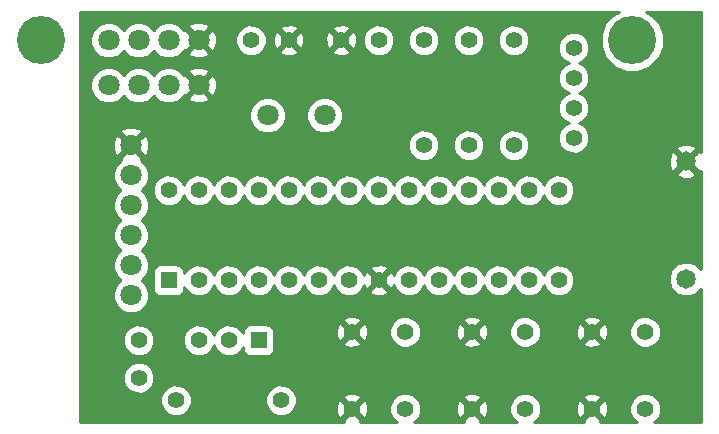
<source format=gbl>
G04 (created by PCBNEW (2013-07-07 BZR 4022)-stable) date 10/06/2014 19:35:49*
%MOIN*%
G04 Gerber Fmt 3.4, Leading zero omitted, Abs format*
%FSLAX34Y34*%
G01*
G70*
G90*
G04 APERTURE LIST*
%ADD10C,0.00590551*%
%ADD11C,0.055*%
%ADD12C,0.065*%
%ADD13R,0.055X0.055*%
%ADD14C,0.0708661*%
%ADD15C,0.16*%
%ADD16C,0.01*%
G04 APERTURE END LIST*
G54D10*
G54D11*
X49750Y-25500D03*
X53250Y-25500D03*
X61000Y-13500D03*
X61000Y-17000D03*
X59500Y-13500D03*
X59500Y-17000D03*
X58000Y-13500D03*
X58000Y-17000D03*
X55614Y-23220D03*
X57386Y-23220D03*
X55614Y-25780D03*
X57386Y-25780D03*
X59614Y-23220D03*
X61386Y-23220D03*
X59614Y-25780D03*
X61386Y-25780D03*
X63614Y-23220D03*
X65386Y-23220D03*
X63614Y-25780D03*
X65386Y-25780D03*
G54D12*
X66750Y-17540D03*
X66750Y-21460D03*
G54D13*
X52500Y-23500D03*
G54D11*
X51500Y-23500D03*
X50500Y-23500D03*
X50500Y-21500D03*
X51500Y-21500D03*
X52500Y-21500D03*
X53500Y-21500D03*
X54500Y-21500D03*
X55500Y-21500D03*
X56500Y-21500D03*
X57500Y-21500D03*
X58500Y-21500D03*
X59500Y-21500D03*
X60500Y-21500D03*
X61500Y-21500D03*
X62500Y-21500D03*
G54D13*
X49500Y-21500D03*
G54D11*
X62500Y-18500D03*
X61500Y-18500D03*
X60500Y-18500D03*
X59500Y-18500D03*
X58500Y-18500D03*
X57500Y-18500D03*
X56500Y-18500D03*
X55500Y-18500D03*
X54500Y-18500D03*
X53500Y-18500D03*
X52500Y-18500D03*
X51500Y-18500D03*
X50500Y-18500D03*
X49500Y-18500D03*
X56500Y-13500D03*
X55250Y-13500D03*
X52250Y-13500D03*
X53500Y-13500D03*
X48500Y-23500D03*
X48500Y-24750D03*
G54D14*
X48250Y-17000D03*
X48250Y-18000D03*
X48250Y-19000D03*
X48250Y-20000D03*
X48250Y-21000D03*
X48250Y-22000D03*
X50500Y-15000D03*
X49500Y-15000D03*
X48500Y-15000D03*
X47500Y-15000D03*
X54700Y-16000D03*
X52800Y-16000D03*
X50500Y-13500D03*
X49500Y-13500D03*
X48500Y-13500D03*
X47500Y-13500D03*
G54D11*
X63000Y-13750D03*
X63000Y-14750D03*
X63000Y-15750D03*
X63000Y-16750D03*
G54D15*
X45250Y-13500D03*
X64950Y-13500D03*
G54D10*
G36*
X67230Y-26230D02*
X65670Y-26230D01*
X65683Y-26225D01*
X65830Y-26077D01*
X65910Y-25884D01*
X65911Y-25676D01*
X65911Y-23116D01*
X65831Y-22923D01*
X65683Y-22775D01*
X65490Y-22695D01*
X65282Y-22694D01*
X65089Y-22774D01*
X64941Y-22922D01*
X64861Y-23115D01*
X64860Y-23323D01*
X64940Y-23517D01*
X65088Y-23664D01*
X65281Y-23744D01*
X65489Y-23745D01*
X65683Y-23665D01*
X65830Y-23517D01*
X65910Y-23324D01*
X65911Y-23116D01*
X65911Y-25676D01*
X65831Y-25483D01*
X65683Y-25335D01*
X65490Y-25255D01*
X65282Y-25254D01*
X65089Y-25334D01*
X64941Y-25482D01*
X64861Y-25675D01*
X64860Y-25883D01*
X64940Y-26077D01*
X65088Y-26224D01*
X65101Y-26230D01*
X64143Y-26230D01*
X64143Y-25855D01*
X64143Y-23295D01*
X64132Y-23087D01*
X64074Y-22947D01*
X63981Y-22922D01*
X63911Y-22993D01*
X63911Y-22852D01*
X63886Y-22759D01*
X63689Y-22690D01*
X63525Y-22699D01*
X63525Y-16646D01*
X63445Y-16453D01*
X63297Y-16305D01*
X63164Y-16249D01*
X63297Y-16195D01*
X63444Y-16047D01*
X63524Y-15854D01*
X63525Y-15646D01*
X63445Y-15453D01*
X63297Y-15305D01*
X63164Y-15249D01*
X63297Y-15195D01*
X63444Y-15047D01*
X63524Y-14854D01*
X63525Y-14646D01*
X63445Y-14453D01*
X63297Y-14305D01*
X63164Y-14249D01*
X63297Y-14195D01*
X63444Y-14047D01*
X63524Y-13854D01*
X63525Y-13646D01*
X63445Y-13453D01*
X63297Y-13305D01*
X63104Y-13225D01*
X62896Y-13224D01*
X62703Y-13304D01*
X62555Y-13452D01*
X62475Y-13645D01*
X62474Y-13853D01*
X62554Y-14047D01*
X62702Y-14194D01*
X62835Y-14250D01*
X62703Y-14304D01*
X62555Y-14452D01*
X62475Y-14645D01*
X62474Y-14853D01*
X62554Y-15047D01*
X62702Y-15194D01*
X62835Y-15250D01*
X62703Y-15304D01*
X62555Y-15452D01*
X62475Y-15645D01*
X62474Y-15853D01*
X62554Y-16047D01*
X62702Y-16194D01*
X62835Y-16250D01*
X62703Y-16304D01*
X62555Y-16452D01*
X62475Y-16645D01*
X62474Y-16853D01*
X62554Y-17047D01*
X62702Y-17194D01*
X62895Y-17274D01*
X63103Y-17275D01*
X63297Y-17195D01*
X63444Y-17047D01*
X63524Y-16854D01*
X63525Y-16646D01*
X63525Y-22699D01*
X63481Y-22701D01*
X63341Y-22759D01*
X63316Y-22852D01*
X63614Y-23149D01*
X63911Y-22852D01*
X63911Y-22993D01*
X63684Y-23220D01*
X63981Y-23517D01*
X64074Y-23492D01*
X64143Y-23295D01*
X64143Y-25855D01*
X64132Y-25647D01*
X64074Y-25507D01*
X63981Y-25482D01*
X63911Y-25553D01*
X63911Y-25412D01*
X63911Y-23587D01*
X63614Y-23290D01*
X63543Y-23361D01*
X63543Y-23220D01*
X63246Y-22922D01*
X63153Y-22947D01*
X63084Y-23144D01*
X63095Y-23352D01*
X63153Y-23492D01*
X63246Y-23517D01*
X63543Y-23220D01*
X63543Y-23361D01*
X63316Y-23587D01*
X63341Y-23680D01*
X63538Y-23749D01*
X63746Y-23738D01*
X63886Y-23680D01*
X63911Y-23587D01*
X63911Y-25412D01*
X63886Y-25319D01*
X63689Y-25250D01*
X63481Y-25261D01*
X63341Y-25319D01*
X63316Y-25412D01*
X63614Y-25709D01*
X63911Y-25412D01*
X63911Y-25553D01*
X63684Y-25780D01*
X63981Y-26077D01*
X64074Y-26052D01*
X64143Y-25855D01*
X64143Y-26230D01*
X63889Y-26230D01*
X63911Y-26147D01*
X63614Y-25850D01*
X63543Y-25921D01*
X63543Y-25780D01*
X63246Y-25482D01*
X63153Y-25507D01*
X63084Y-25704D01*
X63095Y-25912D01*
X63153Y-26052D01*
X63246Y-26077D01*
X63543Y-25780D01*
X63543Y-25921D01*
X63316Y-26147D01*
X63338Y-26230D01*
X63025Y-26230D01*
X63025Y-21396D01*
X63025Y-18396D01*
X62945Y-18203D01*
X62797Y-18055D01*
X62604Y-17975D01*
X62396Y-17974D01*
X62203Y-18054D01*
X62055Y-18202D01*
X61999Y-18335D01*
X61945Y-18203D01*
X61797Y-18055D01*
X61604Y-17975D01*
X61525Y-17975D01*
X61525Y-16896D01*
X61525Y-13396D01*
X61445Y-13203D01*
X61297Y-13055D01*
X61104Y-12975D01*
X60896Y-12974D01*
X60703Y-13054D01*
X60555Y-13202D01*
X60475Y-13395D01*
X60474Y-13603D01*
X60554Y-13797D01*
X60702Y-13944D01*
X60895Y-14024D01*
X61103Y-14025D01*
X61297Y-13945D01*
X61444Y-13797D01*
X61524Y-13604D01*
X61525Y-13396D01*
X61525Y-16896D01*
X61445Y-16703D01*
X61297Y-16555D01*
X61104Y-16475D01*
X60896Y-16474D01*
X60703Y-16554D01*
X60555Y-16702D01*
X60475Y-16895D01*
X60474Y-17103D01*
X60554Y-17297D01*
X60702Y-17444D01*
X60895Y-17524D01*
X61103Y-17525D01*
X61297Y-17445D01*
X61444Y-17297D01*
X61524Y-17104D01*
X61525Y-16896D01*
X61525Y-17975D01*
X61396Y-17974D01*
X61203Y-18054D01*
X61055Y-18202D01*
X60999Y-18335D01*
X60945Y-18203D01*
X60797Y-18055D01*
X60604Y-17975D01*
X60396Y-17974D01*
X60203Y-18054D01*
X60055Y-18202D01*
X60025Y-18274D01*
X60025Y-16896D01*
X60025Y-13396D01*
X59945Y-13203D01*
X59797Y-13055D01*
X59604Y-12975D01*
X59396Y-12974D01*
X59203Y-13054D01*
X59055Y-13202D01*
X58975Y-13395D01*
X58974Y-13603D01*
X59054Y-13797D01*
X59202Y-13944D01*
X59395Y-14024D01*
X59603Y-14025D01*
X59797Y-13945D01*
X59944Y-13797D01*
X60024Y-13604D01*
X60025Y-13396D01*
X60025Y-16896D01*
X59945Y-16703D01*
X59797Y-16555D01*
X59604Y-16475D01*
X59396Y-16474D01*
X59203Y-16554D01*
X59055Y-16702D01*
X58975Y-16895D01*
X58974Y-17103D01*
X59054Y-17297D01*
X59202Y-17444D01*
X59395Y-17524D01*
X59603Y-17525D01*
X59797Y-17445D01*
X59944Y-17297D01*
X60024Y-17104D01*
X60025Y-16896D01*
X60025Y-18274D01*
X59999Y-18335D01*
X59945Y-18203D01*
X59797Y-18055D01*
X59604Y-17975D01*
X59396Y-17974D01*
X59203Y-18054D01*
X59055Y-18202D01*
X58999Y-18335D01*
X58945Y-18203D01*
X58797Y-18055D01*
X58604Y-17975D01*
X58525Y-17975D01*
X58525Y-16896D01*
X58525Y-13396D01*
X58445Y-13203D01*
X58297Y-13055D01*
X58104Y-12975D01*
X57896Y-12974D01*
X57703Y-13054D01*
X57555Y-13202D01*
X57475Y-13395D01*
X57474Y-13603D01*
X57554Y-13797D01*
X57702Y-13944D01*
X57895Y-14024D01*
X58103Y-14025D01*
X58297Y-13945D01*
X58444Y-13797D01*
X58524Y-13604D01*
X58525Y-13396D01*
X58525Y-16896D01*
X58445Y-16703D01*
X58297Y-16555D01*
X58104Y-16475D01*
X57896Y-16474D01*
X57703Y-16554D01*
X57555Y-16702D01*
X57475Y-16895D01*
X57474Y-17103D01*
X57554Y-17297D01*
X57702Y-17444D01*
X57895Y-17524D01*
X58103Y-17525D01*
X58297Y-17445D01*
X58444Y-17297D01*
X58524Y-17104D01*
X58525Y-16896D01*
X58525Y-17975D01*
X58396Y-17974D01*
X58203Y-18054D01*
X58055Y-18202D01*
X57999Y-18335D01*
X57945Y-18203D01*
X57797Y-18055D01*
X57604Y-17975D01*
X57396Y-17974D01*
X57203Y-18054D01*
X57055Y-18202D01*
X57025Y-18274D01*
X57025Y-13396D01*
X56945Y-13203D01*
X56797Y-13055D01*
X56604Y-12975D01*
X56396Y-12974D01*
X56203Y-13054D01*
X56055Y-13202D01*
X55975Y-13395D01*
X55974Y-13603D01*
X56054Y-13797D01*
X56202Y-13944D01*
X56395Y-14024D01*
X56603Y-14025D01*
X56797Y-13945D01*
X56944Y-13797D01*
X57024Y-13604D01*
X57025Y-13396D01*
X57025Y-18274D01*
X56999Y-18335D01*
X56945Y-18203D01*
X56797Y-18055D01*
X56604Y-17975D01*
X56396Y-17974D01*
X56203Y-18054D01*
X56055Y-18202D01*
X55999Y-18335D01*
X55945Y-18203D01*
X55797Y-18055D01*
X55779Y-18047D01*
X55779Y-13575D01*
X55768Y-13367D01*
X55710Y-13227D01*
X55617Y-13202D01*
X55547Y-13273D01*
X55547Y-13132D01*
X55522Y-13039D01*
X55325Y-12970D01*
X55117Y-12981D01*
X54977Y-13039D01*
X54952Y-13132D01*
X55250Y-13429D01*
X55547Y-13132D01*
X55547Y-13273D01*
X55320Y-13500D01*
X55617Y-13797D01*
X55710Y-13772D01*
X55779Y-13575D01*
X55779Y-18047D01*
X55604Y-17975D01*
X55547Y-17975D01*
X55547Y-13867D01*
X55250Y-13570D01*
X55179Y-13641D01*
X55179Y-13500D01*
X54882Y-13202D01*
X54789Y-13227D01*
X54720Y-13424D01*
X54731Y-13632D01*
X54789Y-13772D01*
X54882Y-13797D01*
X55179Y-13500D01*
X55179Y-13641D01*
X54952Y-13867D01*
X54977Y-13960D01*
X55174Y-14029D01*
X55382Y-14018D01*
X55522Y-13960D01*
X55547Y-13867D01*
X55547Y-17975D01*
X55396Y-17974D01*
X55304Y-18012D01*
X55304Y-15880D01*
X55212Y-15658D01*
X55042Y-15487D01*
X54820Y-15395D01*
X54580Y-15395D01*
X54358Y-15487D01*
X54187Y-15657D01*
X54095Y-15879D01*
X54095Y-16119D01*
X54187Y-16341D01*
X54357Y-16512D01*
X54579Y-16604D01*
X54819Y-16604D01*
X55041Y-16512D01*
X55212Y-16342D01*
X55304Y-16120D01*
X55304Y-15880D01*
X55304Y-18012D01*
X55203Y-18054D01*
X55055Y-18202D01*
X54999Y-18335D01*
X54945Y-18203D01*
X54797Y-18055D01*
X54604Y-17975D01*
X54396Y-17974D01*
X54203Y-18054D01*
X54055Y-18202D01*
X54029Y-18263D01*
X54029Y-13575D01*
X54018Y-13367D01*
X53960Y-13227D01*
X53867Y-13202D01*
X53797Y-13273D01*
X53797Y-13132D01*
X53772Y-13039D01*
X53575Y-12970D01*
X53367Y-12981D01*
X53227Y-13039D01*
X53202Y-13132D01*
X53500Y-13429D01*
X53797Y-13132D01*
X53797Y-13273D01*
X53570Y-13500D01*
X53867Y-13797D01*
X53960Y-13772D01*
X54029Y-13575D01*
X54029Y-18263D01*
X53999Y-18335D01*
X53945Y-18203D01*
X53797Y-18055D01*
X53797Y-18054D01*
X53797Y-13867D01*
X53500Y-13570D01*
X53429Y-13641D01*
X53429Y-13500D01*
X53132Y-13202D01*
X53039Y-13227D01*
X52970Y-13424D01*
X52981Y-13632D01*
X53039Y-13772D01*
X53132Y-13797D01*
X53429Y-13500D01*
X53429Y-13641D01*
X53202Y-13867D01*
X53227Y-13960D01*
X53424Y-14029D01*
X53632Y-14018D01*
X53772Y-13960D01*
X53797Y-13867D01*
X53797Y-18054D01*
X53604Y-17975D01*
X53404Y-17974D01*
X53404Y-15880D01*
X53312Y-15658D01*
X53142Y-15487D01*
X52920Y-15395D01*
X52775Y-15395D01*
X52775Y-13396D01*
X52695Y-13203D01*
X52547Y-13055D01*
X52354Y-12975D01*
X52146Y-12974D01*
X51953Y-13054D01*
X51805Y-13202D01*
X51725Y-13395D01*
X51724Y-13603D01*
X51804Y-13797D01*
X51952Y-13944D01*
X52145Y-14024D01*
X52353Y-14025D01*
X52547Y-13945D01*
X52694Y-13797D01*
X52774Y-13604D01*
X52775Y-13396D01*
X52775Y-15395D01*
X52680Y-15395D01*
X52458Y-15487D01*
X52287Y-15657D01*
X52195Y-15879D01*
X52195Y-16119D01*
X52287Y-16341D01*
X52457Y-16512D01*
X52679Y-16604D01*
X52919Y-16604D01*
X53141Y-16512D01*
X53312Y-16342D01*
X53404Y-16120D01*
X53404Y-15880D01*
X53404Y-17974D01*
X53396Y-17974D01*
X53203Y-18054D01*
X53055Y-18202D01*
X52999Y-18335D01*
X52945Y-18203D01*
X52797Y-18055D01*
X52604Y-17975D01*
X52396Y-17974D01*
X52203Y-18054D01*
X52055Y-18202D01*
X51999Y-18335D01*
X51945Y-18203D01*
X51797Y-18055D01*
X51604Y-17975D01*
X51396Y-17974D01*
X51203Y-18054D01*
X51108Y-18148D01*
X51108Y-15094D01*
X51108Y-13594D01*
X51098Y-13354D01*
X51026Y-13179D01*
X50925Y-13145D01*
X50854Y-13216D01*
X50854Y-13074D01*
X50820Y-12973D01*
X50594Y-12891D01*
X50354Y-12901D01*
X50179Y-12973D01*
X50145Y-13074D01*
X50500Y-13429D01*
X50854Y-13074D01*
X50854Y-13216D01*
X50570Y-13500D01*
X50925Y-13854D01*
X51026Y-13820D01*
X51108Y-13594D01*
X51108Y-15094D01*
X51098Y-14854D01*
X51026Y-14679D01*
X50925Y-14645D01*
X50854Y-14716D01*
X50854Y-14574D01*
X50854Y-13925D01*
X50500Y-13570D01*
X50429Y-13641D01*
X50429Y-13500D01*
X50074Y-13145D01*
X50015Y-13165D01*
X50012Y-13158D01*
X49842Y-12987D01*
X49620Y-12895D01*
X49380Y-12895D01*
X49158Y-12987D01*
X48999Y-13145D01*
X48842Y-12987D01*
X48620Y-12895D01*
X48380Y-12895D01*
X48158Y-12987D01*
X47999Y-13145D01*
X47842Y-12987D01*
X47620Y-12895D01*
X47380Y-12895D01*
X47158Y-12987D01*
X46987Y-13157D01*
X46895Y-13379D01*
X46895Y-13619D01*
X46987Y-13841D01*
X47157Y-14012D01*
X47379Y-14104D01*
X47619Y-14104D01*
X47841Y-14012D01*
X48000Y-13854D01*
X48157Y-14012D01*
X48379Y-14104D01*
X48619Y-14104D01*
X48841Y-14012D01*
X49000Y-13854D01*
X49157Y-14012D01*
X49379Y-14104D01*
X49619Y-14104D01*
X49841Y-14012D01*
X50012Y-13842D01*
X50015Y-13834D01*
X50074Y-13854D01*
X50429Y-13500D01*
X50429Y-13641D01*
X50145Y-13925D01*
X50179Y-14026D01*
X50405Y-14108D01*
X50645Y-14098D01*
X50820Y-14026D01*
X50854Y-13925D01*
X50854Y-14574D01*
X50820Y-14473D01*
X50594Y-14391D01*
X50354Y-14401D01*
X50179Y-14473D01*
X50145Y-14574D01*
X50500Y-14929D01*
X50854Y-14574D01*
X50854Y-14716D01*
X50570Y-15000D01*
X50925Y-15354D01*
X51026Y-15320D01*
X51108Y-15094D01*
X51108Y-18148D01*
X51055Y-18202D01*
X50999Y-18335D01*
X50945Y-18203D01*
X50854Y-18112D01*
X50854Y-15425D01*
X50500Y-15070D01*
X50429Y-15141D01*
X50429Y-15000D01*
X50074Y-14645D01*
X50015Y-14665D01*
X50012Y-14658D01*
X49842Y-14487D01*
X49620Y-14395D01*
X49380Y-14395D01*
X49158Y-14487D01*
X48999Y-14645D01*
X48842Y-14487D01*
X48620Y-14395D01*
X48380Y-14395D01*
X48158Y-14487D01*
X47999Y-14645D01*
X47842Y-14487D01*
X47620Y-14395D01*
X47380Y-14395D01*
X47158Y-14487D01*
X46987Y-14657D01*
X46895Y-14879D01*
X46895Y-15119D01*
X46987Y-15341D01*
X47157Y-15512D01*
X47379Y-15604D01*
X47619Y-15604D01*
X47841Y-15512D01*
X48000Y-15354D01*
X48157Y-15512D01*
X48379Y-15604D01*
X48619Y-15604D01*
X48841Y-15512D01*
X49000Y-15354D01*
X49157Y-15512D01*
X49379Y-15604D01*
X49619Y-15604D01*
X49841Y-15512D01*
X50012Y-15342D01*
X50015Y-15334D01*
X50074Y-15354D01*
X50429Y-15000D01*
X50429Y-15141D01*
X50145Y-15425D01*
X50179Y-15526D01*
X50405Y-15608D01*
X50645Y-15598D01*
X50820Y-15526D01*
X50854Y-15425D01*
X50854Y-18112D01*
X50797Y-18055D01*
X50604Y-17975D01*
X50396Y-17974D01*
X50203Y-18054D01*
X50055Y-18202D01*
X49999Y-18335D01*
X49945Y-18203D01*
X49797Y-18055D01*
X49604Y-17975D01*
X49396Y-17974D01*
X49203Y-18054D01*
X49055Y-18202D01*
X48975Y-18395D01*
X48974Y-18603D01*
X49054Y-18797D01*
X49202Y-18944D01*
X49395Y-19024D01*
X49603Y-19025D01*
X49797Y-18945D01*
X49944Y-18797D01*
X50000Y-18664D01*
X50054Y-18797D01*
X50202Y-18944D01*
X50395Y-19024D01*
X50603Y-19025D01*
X50797Y-18945D01*
X50944Y-18797D01*
X51000Y-18664D01*
X51054Y-18797D01*
X51202Y-18944D01*
X51395Y-19024D01*
X51603Y-19025D01*
X51797Y-18945D01*
X51944Y-18797D01*
X52000Y-18664D01*
X52054Y-18797D01*
X52202Y-18944D01*
X52395Y-19024D01*
X52603Y-19025D01*
X52797Y-18945D01*
X52944Y-18797D01*
X53000Y-18664D01*
X53054Y-18797D01*
X53202Y-18944D01*
X53395Y-19024D01*
X53603Y-19025D01*
X53797Y-18945D01*
X53944Y-18797D01*
X54000Y-18664D01*
X54054Y-18797D01*
X54202Y-18944D01*
X54395Y-19024D01*
X54603Y-19025D01*
X54797Y-18945D01*
X54944Y-18797D01*
X55000Y-18664D01*
X55054Y-18797D01*
X55202Y-18944D01*
X55395Y-19024D01*
X55603Y-19025D01*
X55797Y-18945D01*
X55944Y-18797D01*
X56000Y-18664D01*
X56054Y-18797D01*
X56202Y-18944D01*
X56395Y-19024D01*
X56603Y-19025D01*
X56797Y-18945D01*
X56944Y-18797D01*
X57000Y-18664D01*
X57054Y-18797D01*
X57202Y-18944D01*
X57395Y-19024D01*
X57603Y-19025D01*
X57797Y-18945D01*
X57944Y-18797D01*
X58000Y-18664D01*
X58054Y-18797D01*
X58202Y-18944D01*
X58395Y-19024D01*
X58603Y-19025D01*
X58797Y-18945D01*
X58944Y-18797D01*
X59000Y-18664D01*
X59054Y-18797D01*
X59202Y-18944D01*
X59395Y-19024D01*
X59603Y-19025D01*
X59797Y-18945D01*
X59944Y-18797D01*
X60000Y-18664D01*
X60054Y-18797D01*
X60202Y-18944D01*
X60395Y-19024D01*
X60603Y-19025D01*
X60797Y-18945D01*
X60944Y-18797D01*
X61000Y-18664D01*
X61054Y-18797D01*
X61202Y-18944D01*
X61395Y-19024D01*
X61603Y-19025D01*
X61797Y-18945D01*
X61944Y-18797D01*
X62000Y-18664D01*
X62054Y-18797D01*
X62202Y-18944D01*
X62395Y-19024D01*
X62603Y-19025D01*
X62797Y-18945D01*
X62944Y-18797D01*
X63024Y-18604D01*
X63025Y-18396D01*
X63025Y-21396D01*
X62945Y-21203D01*
X62797Y-21055D01*
X62604Y-20975D01*
X62396Y-20974D01*
X62203Y-21054D01*
X62055Y-21202D01*
X61999Y-21335D01*
X61945Y-21203D01*
X61797Y-21055D01*
X61604Y-20975D01*
X61396Y-20974D01*
X61203Y-21054D01*
X61055Y-21202D01*
X60999Y-21335D01*
X60945Y-21203D01*
X60797Y-21055D01*
X60604Y-20975D01*
X60396Y-20974D01*
X60203Y-21054D01*
X60055Y-21202D01*
X59999Y-21335D01*
X59945Y-21203D01*
X59797Y-21055D01*
X59604Y-20975D01*
X59396Y-20974D01*
X59203Y-21054D01*
X59055Y-21202D01*
X58999Y-21335D01*
X58945Y-21203D01*
X58797Y-21055D01*
X58604Y-20975D01*
X58396Y-20974D01*
X58203Y-21054D01*
X58055Y-21202D01*
X57999Y-21335D01*
X57945Y-21203D01*
X57797Y-21055D01*
X57604Y-20975D01*
X57396Y-20974D01*
X57203Y-21054D01*
X57055Y-21202D01*
X57002Y-21328D01*
X56960Y-21227D01*
X56867Y-21202D01*
X56797Y-21273D01*
X56797Y-21132D01*
X56772Y-21039D01*
X56575Y-20970D01*
X56367Y-20981D01*
X56227Y-21039D01*
X56202Y-21132D01*
X56500Y-21429D01*
X56797Y-21132D01*
X56797Y-21273D01*
X56570Y-21500D01*
X56867Y-21797D01*
X56960Y-21772D01*
X56999Y-21662D01*
X57054Y-21797D01*
X57202Y-21944D01*
X57395Y-22024D01*
X57603Y-22025D01*
X57797Y-21945D01*
X57944Y-21797D01*
X58000Y-21664D01*
X58054Y-21797D01*
X58202Y-21944D01*
X58395Y-22024D01*
X58603Y-22025D01*
X58797Y-21945D01*
X58944Y-21797D01*
X59000Y-21664D01*
X59054Y-21797D01*
X59202Y-21944D01*
X59395Y-22024D01*
X59603Y-22025D01*
X59797Y-21945D01*
X59944Y-21797D01*
X60000Y-21664D01*
X60054Y-21797D01*
X60202Y-21944D01*
X60395Y-22024D01*
X60603Y-22025D01*
X60797Y-21945D01*
X60944Y-21797D01*
X61000Y-21664D01*
X61054Y-21797D01*
X61202Y-21944D01*
X61395Y-22024D01*
X61603Y-22025D01*
X61797Y-21945D01*
X61944Y-21797D01*
X62000Y-21664D01*
X62054Y-21797D01*
X62202Y-21944D01*
X62395Y-22024D01*
X62603Y-22025D01*
X62797Y-21945D01*
X62944Y-21797D01*
X63024Y-21604D01*
X63025Y-21396D01*
X63025Y-26230D01*
X61670Y-26230D01*
X61683Y-26225D01*
X61830Y-26077D01*
X61910Y-25884D01*
X61911Y-25676D01*
X61911Y-23116D01*
X61831Y-22923D01*
X61683Y-22775D01*
X61490Y-22695D01*
X61282Y-22694D01*
X61089Y-22774D01*
X60941Y-22922D01*
X60861Y-23115D01*
X60860Y-23323D01*
X60940Y-23517D01*
X61088Y-23664D01*
X61281Y-23744D01*
X61489Y-23745D01*
X61683Y-23665D01*
X61830Y-23517D01*
X61910Y-23324D01*
X61911Y-23116D01*
X61911Y-25676D01*
X61831Y-25483D01*
X61683Y-25335D01*
X61490Y-25255D01*
X61282Y-25254D01*
X61089Y-25334D01*
X60941Y-25482D01*
X60861Y-25675D01*
X60860Y-25883D01*
X60940Y-26077D01*
X61088Y-26224D01*
X61101Y-26230D01*
X60143Y-26230D01*
X60143Y-25855D01*
X60143Y-23295D01*
X60132Y-23087D01*
X60074Y-22947D01*
X59981Y-22922D01*
X59911Y-22993D01*
X59911Y-22852D01*
X59886Y-22759D01*
X59689Y-22690D01*
X59481Y-22701D01*
X59341Y-22759D01*
X59316Y-22852D01*
X59614Y-23149D01*
X59911Y-22852D01*
X59911Y-22993D01*
X59684Y-23220D01*
X59981Y-23517D01*
X60074Y-23492D01*
X60143Y-23295D01*
X60143Y-25855D01*
X60132Y-25647D01*
X60074Y-25507D01*
X59981Y-25482D01*
X59911Y-25553D01*
X59911Y-25412D01*
X59911Y-23587D01*
X59614Y-23290D01*
X59543Y-23361D01*
X59543Y-23220D01*
X59246Y-22922D01*
X59153Y-22947D01*
X59084Y-23144D01*
X59095Y-23352D01*
X59153Y-23492D01*
X59246Y-23517D01*
X59543Y-23220D01*
X59543Y-23361D01*
X59316Y-23587D01*
X59341Y-23680D01*
X59538Y-23749D01*
X59746Y-23738D01*
X59886Y-23680D01*
X59911Y-23587D01*
X59911Y-25412D01*
X59886Y-25319D01*
X59689Y-25250D01*
X59481Y-25261D01*
X59341Y-25319D01*
X59316Y-25412D01*
X59614Y-25709D01*
X59911Y-25412D01*
X59911Y-25553D01*
X59684Y-25780D01*
X59981Y-26077D01*
X60074Y-26052D01*
X60143Y-25855D01*
X60143Y-26230D01*
X59889Y-26230D01*
X59911Y-26147D01*
X59614Y-25850D01*
X59543Y-25921D01*
X59543Y-25780D01*
X59246Y-25482D01*
X59153Y-25507D01*
X59084Y-25704D01*
X59095Y-25912D01*
X59153Y-26052D01*
X59246Y-26077D01*
X59543Y-25780D01*
X59543Y-25921D01*
X59316Y-26147D01*
X59338Y-26230D01*
X57670Y-26230D01*
X57683Y-26225D01*
X57830Y-26077D01*
X57910Y-25884D01*
X57911Y-25676D01*
X57911Y-23116D01*
X57831Y-22923D01*
X57683Y-22775D01*
X57490Y-22695D01*
X57282Y-22694D01*
X57089Y-22774D01*
X56941Y-22922D01*
X56861Y-23115D01*
X56860Y-23323D01*
X56940Y-23517D01*
X57088Y-23664D01*
X57281Y-23744D01*
X57489Y-23745D01*
X57683Y-23665D01*
X57830Y-23517D01*
X57910Y-23324D01*
X57911Y-23116D01*
X57911Y-25676D01*
X57831Y-25483D01*
X57683Y-25335D01*
X57490Y-25255D01*
X57282Y-25254D01*
X57089Y-25334D01*
X56941Y-25482D01*
X56861Y-25675D01*
X56860Y-25883D01*
X56940Y-26077D01*
X57088Y-26224D01*
X57101Y-26230D01*
X56797Y-26230D01*
X56797Y-21867D01*
X56500Y-21570D01*
X56429Y-21641D01*
X56429Y-21500D01*
X56132Y-21202D01*
X56039Y-21227D01*
X56000Y-21337D01*
X55945Y-21203D01*
X55797Y-21055D01*
X55604Y-20975D01*
X55396Y-20974D01*
X55203Y-21054D01*
X55055Y-21202D01*
X54999Y-21335D01*
X54945Y-21203D01*
X54797Y-21055D01*
X54604Y-20975D01*
X54396Y-20974D01*
X54203Y-21054D01*
X54055Y-21202D01*
X53999Y-21335D01*
X53945Y-21203D01*
X53797Y-21055D01*
X53604Y-20975D01*
X53396Y-20974D01*
X53203Y-21054D01*
X53055Y-21202D01*
X52999Y-21335D01*
X52945Y-21203D01*
X52797Y-21055D01*
X52604Y-20975D01*
X52396Y-20974D01*
X52203Y-21054D01*
X52055Y-21202D01*
X51999Y-21335D01*
X51945Y-21203D01*
X51797Y-21055D01*
X51604Y-20975D01*
X51396Y-20974D01*
X51203Y-21054D01*
X51055Y-21202D01*
X50999Y-21335D01*
X50945Y-21203D01*
X50797Y-21055D01*
X50604Y-20975D01*
X50396Y-20974D01*
X50203Y-21054D01*
X50055Y-21202D01*
X50025Y-21274D01*
X50025Y-21175D01*
X49987Y-21083D01*
X49916Y-21013D01*
X49824Y-20975D01*
X49725Y-20974D01*
X49175Y-20974D01*
X49083Y-21012D01*
X49013Y-21083D01*
X48975Y-21175D01*
X48974Y-21274D01*
X48974Y-21824D01*
X49012Y-21916D01*
X49083Y-21986D01*
X49175Y-22024D01*
X49274Y-22025D01*
X49824Y-22025D01*
X49916Y-21987D01*
X49986Y-21916D01*
X50024Y-21824D01*
X50025Y-21725D01*
X50025Y-21725D01*
X50054Y-21797D01*
X50202Y-21944D01*
X50395Y-22024D01*
X50603Y-22025D01*
X50797Y-21945D01*
X50944Y-21797D01*
X51000Y-21664D01*
X51054Y-21797D01*
X51202Y-21944D01*
X51395Y-22024D01*
X51603Y-22025D01*
X51797Y-21945D01*
X51944Y-21797D01*
X52000Y-21664D01*
X52054Y-21797D01*
X52202Y-21944D01*
X52395Y-22024D01*
X52603Y-22025D01*
X52797Y-21945D01*
X52944Y-21797D01*
X53000Y-21664D01*
X53054Y-21797D01*
X53202Y-21944D01*
X53395Y-22024D01*
X53603Y-22025D01*
X53797Y-21945D01*
X53944Y-21797D01*
X54000Y-21664D01*
X54054Y-21797D01*
X54202Y-21944D01*
X54395Y-22024D01*
X54603Y-22025D01*
X54797Y-21945D01*
X54944Y-21797D01*
X55000Y-21664D01*
X55054Y-21797D01*
X55202Y-21944D01*
X55395Y-22024D01*
X55603Y-22025D01*
X55797Y-21945D01*
X55944Y-21797D01*
X55997Y-21671D01*
X56039Y-21772D01*
X56132Y-21797D01*
X56429Y-21500D01*
X56429Y-21641D01*
X56202Y-21867D01*
X56227Y-21960D01*
X56424Y-22029D01*
X56632Y-22018D01*
X56772Y-21960D01*
X56797Y-21867D01*
X56797Y-26230D01*
X56143Y-26230D01*
X56143Y-25855D01*
X56143Y-23295D01*
X56132Y-23087D01*
X56074Y-22947D01*
X55981Y-22922D01*
X55911Y-22993D01*
X55911Y-22852D01*
X55886Y-22759D01*
X55689Y-22690D01*
X55481Y-22701D01*
X55341Y-22759D01*
X55316Y-22852D01*
X55614Y-23149D01*
X55911Y-22852D01*
X55911Y-22993D01*
X55684Y-23220D01*
X55981Y-23517D01*
X56074Y-23492D01*
X56143Y-23295D01*
X56143Y-25855D01*
X56132Y-25647D01*
X56074Y-25507D01*
X55981Y-25482D01*
X55911Y-25553D01*
X55911Y-25412D01*
X55911Y-23587D01*
X55614Y-23290D01*
X55543Y-23361D01*
X55543Y-23220D01*
X55246Y-22922D01*
X55153Y-22947D01*
X55084Y-23144D01*
X55095Y-23352D01*
X55153Y-23492D01*
X55246Y-23517D01*
X55543Y-23220D01*
X55543Y-23361D01*
X55316Y-23587D01*
X55341Y-23680D01*
X55538Y-23749D01*
X55746Y-23738D01*
X55886Y-23680D01*
X55911Y-23587D01*
X55911Y-25412D01*
X55886Y-25319D01*
X55689Y-25250D01*
X55481Y-25261D01*
X55341Y-25319D01*
X55316Y-25412D01*
X55614Y-25709D01*
X55911Y-25412D01*
X55911Y-25553D01*
X55684Y-25780D01*
X55981Y-26077D01*
X56074Y-26052D01*
X56143Y-25855D01*
X56143Y-26230D01*
X55889Y-26230D01*
X55911Y-26147D01*
X55614Y-25850D01*
X55543Y-25921D01*
X55543Y-25780D01*
X55246Y-25482D01*
X55153Y-25507D01*
X55084Y-25704D01*
X55095Y-25912D01*
X55153Y-26052D01*
X55246Y-26077D01*
X55543Y-25780D01*
X55543Y-25921D01*
X55316Y-26147D01*
X55338Y-26230D01*
X53775Y-26230D01*
X53775Y-25396D01*
X53695Y-25203D01*
X53547Y-25055D01*
X53354Y-24975D01*
X53146Y-24974D01*
X53025Y-25024D01*
X53025Y-23725D01*
X53025Y-23175D01*
X52987Y-23083D01*
X52916Y-23013D01*
X52824Y-22975D01*
X52725Y-22974D01*
X52175Y-22974D01*
X52083Y-23012D01*
X52013Y-23083D01*
X51975Y-23175D01*
X51974Y-23274D01*
X51974Y-23274D01*
X51945Y-23203D01*
X51797Y-23055D01*
X51604Y-22975D01*
X51396Y-22974D01*
X51203Y-23054D01*
X51055Y-23202D01*
X50999Y-23335D01*
X50945Y-23203D01*
X50797Y-23055D01*
X50604Y-22975D01*
X50396Y-22974D01*
X50203Y-23054D01*
X50055Y-23202D01*
X49975Y-23395D01*
X49974Y-23603D01*
X50054Y-23797D01*
X50202Y-23944D01*
X50395Y-24024D01*
X50603Y-24025D01*
X50797Y-23945D01*
X50944Y-23797D01*
X51000Y-23664D01*
X51054Y-23797D01*
X51202Y-23944D01*
X51395Y-24024D01*
X51603Y-24025D01*
X51797Y-23945D01*
X51944Y-23797D01*
X51974Y-23725D01*
X51974Y-23824D01*
X52012Y-23916D01*
X52083Y-23986D01*
X52175Y-24024D01*
X52274Y-24025D01*
X52824Y-24025D01*
X52916Y-23987D01*
X52986Y-23916D01*
X53024Y-23824D01*
X53025Y-23725D01*
X53025Y-25024D01*
X52953Y-25054D01*
X52805Y-25202D01*
X52725Y-25395D01*
X52724Y-25603D01*
X52804Y-25797D01*
X52952Y-25944D01*
X53145Y-26024D01*
X53353Y-26025D01*
X53547Y-25945D01*
X53694Y-25797D01*
X53774Y-25604D01*
X53775Y-25396D01*
X53775Y-26230D01*
X50275Y-26230D01*
X50275Y-25396D01*
X50195Y-25203D01*
X50047Y-25055D01*
X49854Y-24975D01*
X49646Y-24974D01*
X49453Y-25054D01*
X49305Y-25202D01*
X49225Y-25395D01*
X49224Y-25603D01*
X49304Y-25797D01*
X49452Y-25944D01*
X49645Y-26024D01*
X49853Y-26025D01*
X50047Y-25945D01*
X50194Y-25797D01*
X50274Y-25604D01*
X50275Y-25396D01*
X50275Y-26230D01*
X49025Y-26230D01*
X49025Y-24646D01*
X49025Y-23396D01*
X48945Y-23203D01*
X48858Y-23116D01*
X48858Y-17094D01*
X48848Y-16854D01*
X48776Y-16679D01*
X48675Y-16645D01*
X48604Y-16716D01*
X48604Y-16574D01*
X48570Y-16473D01*
X48344Y-16391D01*
X48104Y-16401D01*
X47929Y-16473D01*
X47895Y-16574D01*
X48250Y-16929D01*
X48604Y-16574D01*
X48604Y-16716D01*
X48320Y-17000D01*
X48675Y-17354D01*
X48776Y-17320D01*
X48858Y-17094D01*
X48858Y-23116D01*
X48854Y-23111D01*
X48854Y-21880D01*
X48762Y-21658D01*
X48604Y-21499D01*
X48762Y-21342D01*
X48854Y-21120D01*
X48854Y-20880D01*
X48762Y-20658D01*
X48604Y-20499D01*
X48762Y-20342D01*
X48854Y-20120D01*
X48854Y-19880D01*
X48762Y-19658D01*
X48604Y-19499D01*
X48762Y-19342D01*
X48854Y-19120D01*
X48854Y-18880D01*
X48762Y-18658D01*
X48604Y-18499D01*
X48762Y-18342D01*
X48854Y-18120D01*
X48854Y-17880D01*
X48762Y-17658D01*
X48592Y-17487D01*
X48584Y-17484D01*
X48604Y-17425D01*
X48250Y-17070D01*
X48179Y-17141D01*
X48179Y-17000D01*
X47824Y-16645D01*
X47723Y-16679D01*
X47641Y-16905D01*
X47651Y-17145D01*
X47723Y-17320D01*
X47824Y-17354D01*
X48179Y-17000D01*
X48179Y-17141D01*
X47895Y-17425D01*
X47915Y-17484D01*
X47908Y-17487D01*
X47737Y-17657D01*
X47645Y-17879D01*
X47645Y-18119D01*
X47737Y-18341D01*
X47895Y-18500D01*
X47737Y-18657D01*
X47645Y-18879D01*
X47645Y-19119D01*
X47737Y-19341D01*
X47895Y-19500D01*
X47737Y-19657D01*
X47645Y-19879D01*
X47645Y-20119D01*
X47737Y-20341D01*
X47895Y-20500D01*
X47737Y-20657D01*
X47645Y-20879D01*
X47645Y-21119D01*
X47737Y-21341D01*
X47895Y-21500D01*
X47737Y-21657D01*
X47645Y-21879D01*
X47645Y-22119D01*
X47737Y-22341D01*
X47907Y-22512D01*
X48129Y-22604D01*
X48369Y-22604D01*
X48591Y-22512D01*
X48762Y-22342D01*
X48854Y-22120D01*
X48854Y-21880D01*
X48854Y-23111D01*
X48797Y-23055D01*
X48604Y-22975D01*
X48396Y-22974D01*
X48203Y-23054D01*
X48055Y-23202D01*
X47975Y-23395D01*
X47974Y-23603D01*
X48054Y-23797D01*
X48202Y-23944D01*
X48395Y-24024D01*
X48603Y-24025D01*
X48797Y-23945D01*
X48944Y-23797D01*
X49024Y-23604D01*
X49025Y-23396D01*
X49025Y-24646D01*
X48945Y-24453D01*
X48797Y-24305D01*
X48604Y-24225D01*
X48396Y-24224D01*
X48203Y-24304D01*
X48055Y-24452D01*
X47975Y-24645D01*
X47974Y-24853D01*
X48054Y-25047D01*
X48202Y-25194D01*
X48395Y-25274D01*
X48603Y-25275D01*
X48797Y-25195D01*
X48944Y-25047D01*
X49024Y-24854D01*
X49025Y-24646D01*
X49025Y-26230D01*
X46550Y-26230D01*
X46550Y-12550D01*
X64499Y-12550D01*
X64356Y-12609D01*
X64060Y-12904D01*
X63900Y-13290D01*
X63899Y-13707D01*
X64059Y-14094D01*
X64354Y-14389D01*
X64740Y-14549D01*
X65157Y-14550D01*
X65544Y-14390D01*
X65839Y-14095D01*
X65999Y-13709D01*
X66000Y-13292D01*
X65840Y-12906D01*
X65545Y-12610D01*
X65400Y-12550D01*
X67230Y-12550D01*
X67230Y-17230D01*
X67154Y-17206D01*
X67083Y-17277D01*
X67083Y-17135D01*
X67052Y-17038D01*
X66837Y-16960D01*
X66609Y-16970D01*
X66447Y-17038D01*
X66416Y-17135D01*
X66750Y-17469D01*
X67083Y-17135D01*
X67083Y-17277D01*
X66820Y-17540D01*
X67154Y-17873D01*
X67230Y-17849D01*
X67230Y-21127D01*
X67083Y-20980D01*
X67083Y-17944D01*
X66750Y-17610D01*
X66679Y-17681D01*
X66679Y-17540D01*
X66345Y-17206D01*
X66248Y-17237D01*
X66170Y-17452D01*
X66180Y-17680D01*
X66248Y-17842D01*
X66345Y-17873D01*
X66679Y-17540D01*
X66679Y-17681D01*
X66416Y-17944D01*
X66447Y-18041D01*
X66662Y-18119D01*
X66890Y-18109D01*
X67052Y-18041D01*
X67083Y-17944D01*
X67083Y-20980D01*
X67076Y-20972D01*
X66864Y-20885D01*
X66636Y-20884D01*
X66424Y-20972D01*
X66262Y-21133D01*
X66175Y-21345D01*
X66174Y-21573D01*
X66262Y-21785D01*
X66423Y-21947D01*
X66635Y-22034D01*
X66863Y-22035D01*
X67075Y-21947D01*
X67230Y-21792D01*
X67230Y-26230D01*
X67230Y-26230D01*
G37*
G54D16*
X67230Y-26230D02*
X65670Y-26230D01*
X65683Y-26225D01*
X65830Y-26077D01*
X65910Y-25884D01*
X65911Y-25676D01*
X65911Y-23116D01*
X65831Y-22923D01*
X65683Y-22775D01*
X65490Y-22695D01*
X65282Y-22694D01*
X65089Y-22774D01*
X64941Y-22922D01*
X64861Y-23115D01*
X64860Y-23323D01*
X64940Y-23517D01*
X65088Y-23664D01*
X65281Y-23744D01*
X65489Y-23745D01*
X65683Y-23665D01*
X65830Y-23517D01*
X65910Y-23324D01*
X65911Y-23116D01*
X65911Y-25676D01*
X65831Y-25483D01*
X65683Y-25335D01*
X65490Y-25255D01*
X65282Y-25254D01*
X65089Y-25334D01*
X64941Y-25482D01*
X64861Y-25675D01*
X64860Y-25883D01*
X64940Y-26077D01*
X65088Y-26224D01*
X65101Y-26230D01*
X64143Y-26230D01*
X64143Y-25855D01*
X64143Y-23295D01*
X64132Y-23087D01*
X64074Y-22947D01*
X63981Y-22922D01*
X63911Y-22993D01*
X63911Y-22852D01*
X63886Y-22759D01*
X63689Y-22690D01*
X63525Y-22699D01*
X63525Y-16646D01*
X63445Y-16453D01*
X63297Y-16305D01*
X63164Y-16249D01*
X63297Y-16195D01*
X63444Y-16047D01*
X63524Y-15854D01*
X63525Y-15646D01*
X63445Y-15453D01*
X63297Y-15305D01*
X63164Y-15249D01*
X63297Y-15195D01*
X63444Y-15047D01*
X63524Y-14854D01*
X63525Y-14646D01*
X63445Y-14453D01*
X63297Y-14305D01*
X63164Y-14249D01*
X63297Y-14195D01*
X63444Y-14047D01*
X63524Y-13854D01*
X63525Y-13646D01*
X63445Y-13453D01*
X63297Y-13305D01*
X63104Y-13225D01*
X62896Y-13224D01*
X62703Y-13304D01*
X62555Y-13452D01*
X62475Y-13645D01*
X62474Y-13853D01*
X62554Y-14047D01*
X62702Y-14194D01*
X62835Y-14250D01*
X62703Y-14304D01*
X62555Y-14452D01*
X62475Y-14645D01*
X62474Y-14853D01*
X62554Y-15047D01*
X62702Y-15194D01*
X62835Y-15250D01*
X62703Y-15304D01*
X62555Y-15452D01*
X62475Y-15645D01*
X62474Y-15853D01*
X62554Y-16047D01*
X62702Y-16194D01*
X62835Y-16250D01*
X62703Y-16304D01*
X62555Y-16452D01*
X62475Y-16645D01*
X62474Y-16853D01*
X62554Y-17047D01*
X62702Y-17194D01*
X62895Y-17274D01*
X63103Y-17275D01*
X63297Y-17195D01*
X63444Y-17047D01*
X63524Y-16854D01*
X63525Y-16646D01*
X63525Y-22699D01*
X63481Y-22701D01*
X63341Y-22759D01*
X63316Y-22852D01*
X63614Y-23149D01*
X63911Y-22852D01*
X63911Y-22993D01*
X63684Y-23220D01*
X63981Y-23517D01*
X64074Y-23492D01*
X64143Y-23295D01*
X64143Y-25855D01*
X64132Y-25647D01*
X64074Y-25507D01*
X63981Y-25482D01*
X63911Y-25553D01*
X63911Y-25412D01*
X63911Y-23587D01*
X63614Y-23290D01*
X63543Y-23361D01*
X63543Y-23220D01*
X63246Y-22922D01*
X63153Y-22947D01*
X63084Y-23144D01*
X63095Y-23352D01*
X63153Y-23492D01*
X63246Y-23517D01*
X63543Y-23220D01*
X63543Y-23361D01*
X63316Y-23587D01*
X63341Y-23680D01*
X63538Y-23749D01*
X63746Y-23738D01*
X63886Y-23680D01*
X63911Y-23587D01*
X63911Y-25412D01*
X63886Y-25319D01*
X63689Y-25250D01*
X63481Y-25261D01*
X63341Y-25319D01*
X63316Y-25412D01*
X63614Y-25709D01*
X63911Y-25412D01*
X63911Y-25553D01*
X63684Y-25780D01*
X63981Y-26077D01*
X64074Y-26052D01*
X64143Y-25855D01*
X64143Y-26230D01*
X63889Y-26230D01*
X63911Y-26147D01*
X63614Y-25850D01*
X63543Y-25921D01*
X63543Y-25780D01*
X63246Y-25482D01*
X63153Y-25507D01*
X63084Y-25704D01*
X63095Y-25912D01*
X63153Y-26052D01*
X63246Y-26077D01*
X63543Y-25780D01*
X63543Y-25921D01*
X63316Y-26147D01*
X63338Y-26230D01*
X63025Y-26230D01*
X63025Y-21396D01*
X63025Y-18396D01*
X62945Y-18203D01*
X62797Y-18055D01*
X62604Y-17975D01*
X62396Y-17974D01*
X62203Y-18054D01*
X62055Y-18202D01*
X61999Y-18335D01*
X61945Y-18203D01*
X61797Y-18055D01*
X61604Y-17975D01*
X61525Y-17975D01*
X61525Y-16896D01*
X61525Y-13396D01*
X61445Y-13203D01*
X61297Y-13055D01*
X61104Y-12975D01*
X60896Y-12974D01*
X60703Y-13054D01*
X60555Y-13202D01*
X60475Y-13395D01*
X60474Y-13603D01*
X60554Y-13797D01*
X60702Y-13944D01*
X60895Y-14024D01*
X61103Y-14025D01*
X61297Y-13945D01*
X61444Y-13797D01*
X61524Y-13604D01*
X61525Y-13396D01*
X61525Y-16896D01*
X61445Y-16703D01*
X61297Y-16555D01*
X61104Y-16475D01*
X60896Y-16474D01*
X60703Y-16554D01*
X60555Y-16702D01*
X60475Y-16895D01*
X60474Y-17103D01*
X60554Y-17297D01*
X60702Y-17444D01*
X60895Y-17524D01*
X61103Y-17525D01*
X61297Y-17445D01*
X61444Y-17297D01*
X61524Y-17104D01*
X61525Y-16896D01*
X61525Y-17975D01*
X61396Y-17974D01*
X61203Y-18054D01*
X61055Y-18202D01*
X60999Y-18335D01*
X60945Y-18203D01*
X60797Y-18055D01*
X60604Y-17975D01*
X60396Y-17974D01*
X60203Y-18054D01*
X60055Y-18202D01*
X60025Y-18274D01*
X60025Y-16896D01*
X60025Y-13396D01*
X59945Y-13203D01*
X59797Y-13055D01*
X59604Y-12975D01*
X59396Y-12974D01*
X59203Y-13054D01*
X59055Y-13202D01*
X58975Y-13395D01*
X58974Y-13603D01*
X59054Y-13797D01*
X59202Y-13944D01*
X59395Y-14024D01*
X59603Y-14025D01*
X59797Y-13945D01*
X59944Y-13797D01*
X60024Y-13604D01*
X60025Y-13396D01*
X60025Y-16896D01*
X59945Y-16703D01*
X59797Y-16555D01*
X59604Y-16475D01*
X59396Y-16474D01*
X59203Y-16554D01*
X59055Y-16702D01*
X58975Y-16895D01*
X58974Y-17103D01*
X59054Y-17297D01*
X59202Y-17444D01*
X59395Y-17524D01*
X59603Y-17525D01*
X59797Y-17445D01*
X59944Y-17297D01*
X60024Y-17104D01*
X60025Y-16896D01*
X60025Y-18274D01*
X59999Y-18335D01*
X59945Y-18203D01*
X59797Y-18055D01*
X59604Y-17975D01*
X59396Y-17974D01*
X59203Y-18054D01*
X59055Y-18202D01*
X58999Y-18335D01*
X58945Y-18203D01*
X58797Y-18055D01*
X58604Y-17975D01*
X58525Y-17975D01*
X58525Y-16896D01*
X58525Y-13396D01*
X58445Y-13203D01*
X58297Y-13055D01*
X58104Y-12975D01*
X57896Y-12974D01*
X57703Y-13054D01*
X57555Y-13202D01*
X57475Y-13395D01*
X57474Y-13603D01*
X57554Y-13797D01*
X57702Y-13944D01*
X57895Y-14024D01*
X58103Y-14025D01*
X58297Y-13945D01*
X58444Y-13797D01*
X58524Y-13604D01*
X58525Y-13396D01*
X58525Y-16896D01*
X58445Y-16703D01*
X58297Y-16555D01*
X58104Y-16475D01*
X57896Y-16474D01*
X57703Y-16554D01*
X57555Y-16702D01*
X57475Y-16895D01*
X57474Y-17103D01*
X57554Y-17297D01*
X57702Y-17444D01*
X57895Y-17524D01*
X58103Y-17525D01*
X58297Y-17445D01*
X58444Y-17297D01*
X58524Y-17104D01*
X58525Y-16896D01*
X58525Y-17975D01*
X58396Y-17974D01*
X58203Y-18054D01*
X58055Y-18202D01*
X57999Y-18335D01*
X57945Y-18203D01*
X57797Y-18055D01*
X57604Y-17975D01*
X57396Y-17974D01*
X57203Y-18054D01*
X57055Y-18202D01*
X57025Y-18274D01*
X57025Y-13396D01*
X56945Y-13203D01*
X56797Y-13055D01*
X56604Y-12975D01*
X56396Y-12974D01*
X56203Y-13054D01*
X56055Y-13202D01*
X55975Y-13395D01*
X55974Y-13603D01*
X56054Y-13797D01*
X56202Y-13944D01*
X56395Y-14024D01*
X56603Y-14025D01*
X56797Y-13945D01*
X56944Y-13797D01*
X57024Y-13604D01*
X57025Y-13396D01*
X57025Y-18274D01*
X56999Y-18335D01*
X56945Y-18203D01*
X56797Y-18055D01*
X56604Y-17975D01*
X56396Y-17974D01*
X56203Y-18054D01*
X56055Y-18202D01*
X55999Y-18335D01*
X55945Y-18203D01*
X55797Y-18055D01*
X55779Y-18047D01*
X55779Y-13575D01*
X55768Y-13367D01*
X55710Y-13227D01*
X55617Y-13202D01*
X55547Y-13273D01*
X55547Y-13132D01*
X55522Y-13039D01*
X55325Y-12970D01*
X55117Y-12981D01*
X54977Y-13039D01*
X54952Y-13132D01*
X55250Y-13429D01*
X55547Y-13132D01*
X55547Y-13273D01*
X55320Y-13500D01*
X55617Y-13797D01*
X55710Y-13772D01*
X55779Y-13575D01*
X55779Y-18047D01*
X55604Y-17975D01*
X55547Y-17975D01*
X55547Y-13867D01*
X55250Y-13570D01*
X55179Y-13641D01*
X55179Y-13500D01*
X54882Y-13202D01*
X54789Y-13227D01*
X54720Y-13424D01*
X54731Y-13632D01*
X54789Y-13772D01*
X54882Y-13797D01*
X55179Y-13500D01*
X55179Y-13641D01*
X54952Y-13867D01*
X54977Y-13960D01*
X55174Y-14029D01*
X55382Y-14018D01*
X55522Y-13960D01*
X55547Y-13867D01*
X55547Y-17975D01*
X55396Y-17974D01*
X55304Y-18012D01*
X55304Y-15880D01*
X55212Y-15658D01*
X55042Y-15487D01*
X54820Y-15395D01*
X54580Y-15395D01*
X54358Y-15487D01*
X54187Y-15657D01*
X54095Y-15879D01*
X54095Y-16119D01*
X54187Y-16341D01*
X54357Y-16512D01*
X54579Y-16604D01*
X54819Y-16604D01*
X55041Y-16512D01*
X55212Y-16342D01*
X55304Y-16120D01*
X55304Y-15880D01*
X55304Y-18012D01*
X55203Y-18054D01*
X55055Y-18202D01*
X54999Y-18335D01*
X54945Y-18203D01*
X54797Y-18055D01*
X54604Y-17975D01*
X54396Y-17974D01*
X54203Y-18054D01*
X54055Y-18202D01*
X54029Y-18263D01*
X54029Y-13575D01*
X54018Y-13367D01*
X53960Y-13227D01*
X53867Y-13202D01*
X53797Y-13273D01*
X53797Y-13132D01*
X53772Y-13039D01*
X53575Y-12970D01*
X53367Y-12981D01*
X53227Y-13039D01*
X53202Y-13132D01*
X53500Y-13429D01*
X53797Y-13132D01*
X53797Y-13273D01*
X53570Y-13500D01*
X53867Y-13797D01*
X53960Y-13772D01*
X54029Y-13575D01*
X54029Y-18263D01*
X53999Y-18335D01*
X53945Y-18203D01*
X53797Y-18055D01*
X53797Y-18054D01*
X53797Y-13867D01*
X53500Y-13570D01*
X53429Y-13641D01*
X53429Y-13500D01*
X53132Y-13202D01*
X53039Y-13227D01*
X52970Y-13424D01*
X52981Y-13632D01*
X53039Y-13772D01*
X53132Y-13797D01*
X53429Y-13500D01*
X53429Y-13641D01*
X53202Y-13867D01*
X53227Y-13960D01*
X53424Y-14029D01*
X53632Y-14018D01*
X53772Y-13960D01*
X53797Y-13867D01*
X53797Y-18054D01*
X53604Y-17975D01*
X53404Y-17974D01*
X53404Y-15880D01*
X53312Y-15658D01*
X53142Y-15487D01*
X52920Y-15395D01*
X52775Y-15395D01*
X52775Y-13396D01*
X52695Y-13203D01*
X52547Y-13055D01*
X52354Y-12975D01*
X52146Y-12974D01*
X51953Y-13054D01*
X51805Y-13202D01*
X51725Y-13395D01*
X51724Y-13603D01*
X51804Y-13797D01*
X51952Y-13944D01*
X52145Y-14024D01*
X52353Y-14025D01*
X52547Y-13945D01*
X52694Y-13797D01*
X52774Y-13604D01*
X52775Y-13396D01*
X52775Y-15395D01*
X52680Y-15395D01*
X52458Y-15487D01*
X52287Y-15657D01*
X52195Y-15879D01*
X52195Y-16119D01*
X52287Y-16341D01*
X52457Y-16512D01*
X52679Y-16604D01*
X52919Y-16604D01*
X53141Y-16512D01*
X53312Y-16342D01*
X53404Y-16120D01*
X53404Y-15880D01*
X53404Y-17974D01*
X53396Y-17974D01*
X53203Y-18054D01*
X53055Y-18202D01*
X52999Y-18335D01*
X52945Y-18203D01*
X52797Y-18055D01*
X52604Y-17975D01*
X52396Y-17974D01*
X52203Y-18054D01*
X52055Y-18202D01*
X51999Y-18335D01*
X51945Y-18203D01*
X51797Y-18055D01*
X51604Y-17975D01*
X51396Y-17974D01*
X51203Y-18054D01*
X51108Y-18148D01*
X51108Y-15094D01*
X51108Y-13594D01*
X51098Y-13354D01*
X51026Y-13179D01*
X50925Y-13145D01*
X50854Y-13216D01*
X50854Y-13074D01*
X50820Y-12973D01*
X50594Y-12891D01*
X50354Y-12901D01*
X50179Y-12973D01*
X50145Y-13074D01*
X50500Y-13429D01*
X50854Y-13074D01*
X50854Y-13216D01*
X50570Y-13500D01*
X50925Y-13854D01*
X51026Y-13820D01*
X51108Y-13594D01*
X51108Y-15094D01*
X51098Y-14854D01*
X51026Y-14679D01*
X50925Y-14645D01*
X50854Y-14716D01*
X50854Y-14574D01*
X50854Y-13925D01*
X50500Y-13570D01*
X50429Y-13641D01*
X50429Y-13500D01*
X50074Y-13145D01*
X50015Y-13165D01*
X50012Y-13158D01*
X49842Y-12987D01*
X49620Y-12895D01*
X49380Y-12895D01*
X49158Y-12987D01*
X48999Y-13145D01*
X48842Y-12987D01*
X48620Y-12895D01*
X48380Y-12895D01*
X48158Y-12987D01*
X47999Y-13145D01*
X47842Y-12987D01*
X47620Y-12895D01*
X47380Y-12895D01*
X47158Y-12987D01*
X46987Y-13157D01*
X46895Y-13379D01*
X46895Y-13619D01*
X46987Y-13841D01*
X47157Y-14012D01*
X47379Y-14104D01*
X47619Y-14104D01*
X47841Y-14012D01*
X48000Y-13854D01*
X48157Y-14012D01*
X48379Y-14104D01*
X48619Y-14104D01*
X48841Y-14012D01*
X49000Y-13854D01*
X49157Y-14012D01*
X49379Y-14104D01*
X49619Y-14104D01*
X49841Y-14012D01*
X50012Y-13842D01*
X50015Y-13834D01*
X50074Y-13854D01*
X50429Y-13500D01*
X50429Y-13641D01*
X50145Y-13925D01*
X50179Y-14026D01*
X50405Y-14108D01*
X50645Y-14098D01*
X50820Y-14026D01*
X50854Y-13925D01*
X50854Y-14574D01*
X50820Y-14473D01*
X50594Y-14391D01*
X50354Y-14401D01*
X50179Y-14473D01*
X50145Y-14574D01*
X50500Y-14929D01*
X50854Y-14574D01*
X50854Y-14716D01*
X50570Y-15000D01*
X50925Y-15354D01*
X51026Y-15320D01*
X51108Y-15094D01*
X51108Y-18148D01*
X51055Y-18202D01*
X50999Y-18335D01*
X50945Y-18203D01*
X50854Y-18112D01*
X50854Y-15425D01*
X50500Y-15070D01*
X50429Y-15141D01*
X50429Y-15000D01*
X50074Y-14645D01*
X50015Y-14665D01*
X50012Y-14658D01*
X49842Y-14487D01*
X49620Y-14395D01*
X49380Y-14395D01*
X49158Y-14487D01*
X48999Y-14645D01*
X48842Y-14487D01*
X48620Y-14395D01*
X48380Y-14395D01*
X48158Y-14487D01*
X47999Y-14645D01*
X47842Y-14487D01*
X47620Y-14395D01*
X47380Y-14395D01*
X47158Y-14487D01*
X46987Y-14657D01*
X46895Y-14879D01*
X46895Y-15119D01*
X46987Y-15341D01*
X47157Y-15512D01*
X47379Y-15604D01*
X47619Y-15604D01*
X47841Y-15512D01*
X48000Y-15354D01*
X48157Y-15512D01*
X48379Y-15604D01*
X48619Y-15604D01*
X48841Y-15512D01*
X49000Y-15354D01*
X49157Y-15512D01*
X49379Y-15604D01*
X49619Y-15604D01*
X49841Y-15512D01*
X50012Y-15342D01*
X50015Y-15334D01*
X50074Y-15354D01*
X50429Y-15000D01*
X50429Y-15141D01*
X50145Y-15425D01*
X50179Y-15526D01*
X50405Y-15608D01*
X50645Y-15598D01*
X50820Y-15526D01*
X50854Y-15425D01*
X50854Y-18112D01*
X50797Y-18055D01*
X50604Y-17975D01*
X50396Y-17974D01*
X50203Y-18054D01*
X50055Y-18202D01*
X49999Y-18335D01*
X49945Y-18203D01*
X49797Y-18055D01*
X49604Y-17975D01*
X49396Y-17974D01*
X49203Y-18054D01*
X49055Y-18202D01*
X48975Y-18395D01*
X48974Y-18603D01*
X49054Y-18797D01*
X49202Y-18944D01*
X49395Y-19024D01*
X49603Y-19025D01*
X49797Y-18945D01*
X49944Y-18797D01*
X50000Y-18664D01*
X50054Y-18797D01*
X50202Y-18944D01*
X50395Y-19024D01*
X50603Y-19025D01*
X50797Y-18945D01*
X50944Y-18797D01*
X51000Y-18664D01*
X51054Y-18797D01*
X51202Y-18944D01*
X51395Y-19024D01*
X51603Y-19025D01*
X51797Y-18945D01*
X51944Y-18797D01*
X52000Y-18664D01*
X52054Y-18797D01*
X52202Y-18944D01*
X52395Y-19024D01*
X52603Y-19025D01*
X52797Y-18945D01*
X52944Y-18797D01*
X53000Y-18664D01*
X53054Y-18797D01*
X53202Y-18944D01*
X53395Y-19024D01*
X53603Y-19025D01*
X53797Y-18945D01*
X53944Y-18797D01*
X54000Y-18664D01*
X54054Y-18797D01*
X54202Y-18944D01*
X54395Y-19024D01*
X54603Y-19025D01*
X54797Y-18945D01*
X54944Y-18797D01*
X55000Y-18664D01*
X55054Y-18797D01*
X55202Y-18944D01*
X55395Y-19024D01*
X55603Y-19025D01*
X55797Y-18945D01*
X55944Y-18797D01*
X56000Y-18664D01*
X56054Y-18797D01*
X56202Y-18944D01*
X56395Y-19024D01*
X56603Y-19025D01*
X56797Y-18945D01*
X56944Y-18797D01*
X57000Y-18664D01*
X57054Y-18797D01*
X57202Y-18944D01*
X57395Y-19024D01*
X57603Y-19025D01*
X57797Y-18945D01*
X57944Y-18797D01*
X58000Y-18664D01*
X58054Y-18797D01*
X58202Y-18944D01*
X58395Y-19024D01*
X58603Y-19025D01*
X58797Y-18945D01*
X58944Y-18797D01*
X59000Y-18664D01*
X59054Y-18797D01*
X59202Y-18944D01*
X59395Y-19024D01*
X59603Y-19025D01*
X59797Y-18945D01*
X59944Y-18797D01*
X60000Y-18664D01*
X60054Y-18797D01*
X60202Y-18944D01*
X60395Y-19024D01*
X60603Y-19025D01*
X60797Y-18945D01*
X60944Y-18797D01*
X61000Y-18664D01*
X61054Y-18797D01*
X61202Y-18944D01*
X61395Y-19024D01*
X61603Y-19025D01*
X61797Y-18945D01*
X61944Y-18797D01*
X62000Y-18664D01*
X62054Y-18797D01*
X62202Y-18944D01*
X62395Y-19024D01*
X62603Y-19025D01*
X62797Y-18945D01*
X62944Y-18797D01*
X63024Y-18604D01*
X63025Y-18396D01*
X63025Y-21396D01*
X62945Y-21203D01*
X62797Y-21055D01*
X62604Y-20975D01*
X62396Y-20974D01*
X62203Y-21054D01*
X62055Y-21202D01*
X61999Y-21335D01*
X61945Y-21203D01*
X61797Y-21055D01*
X61604Y-20975D01*
X61396Y-20974D01*
X61203Y-21054D01*
X61055Y-21202D01*
X60999Y-21335D01*
X60945Y-21203D01*
X60797Y-21055D01*
X60604Y-20975D01*
X60396Y-20974D01*
X60203Y-21054D01*
X60055Y-21202D01*
X59999Y-21335D01*
X59945Y-21203D01*
X59797Y-21055D01*
X59604Y-20975D01*
X59396Y-20974D01*
X59203Y-21054D01*
X59055Y-21202D01*
X58999Y-21335D01*
X58945Y-21203D01*
X58797Y-21055D01*
X58604Y-20975D01*
X58396Y-20974D01*
X58203Y-21054D01*
X58055Y-21202D01*
X57999Y-21335D01*
X57945Y-21203D01*
X57797Y-21055D01*
X57604Y-20975D01*
X57396Y-20974D01*
X57203Y-21054D01*
X57055Y-21202D01*
X57002Y-21328D01*
X56960Y-21227D01*
X56867Y-21202D01*
X56797Y-21273D01*
X56797Y-21132D01*
X56772Y-21039D01*
X56575Y-20970D01*
X56367Y-20981D01*
X56227Y-21039D01*
X56202Y-21132D01*
X56500Y-21429D01*
X56797Y-21132D01*
X56797Y-21273D01*
X56570Y-21500D01*
X56867Y-21797D01*
X56960Y-21772D01*
X56999Y-21662D01*
X57054Y-21797D01*
X57202Y-21944D01*
X57395Y-22024D01*
X57603Y-22025D01*
X57797Y-21945D01*
X57944Y-21797D01*
X58000Y-21664D01*
X58054Y-21797D01*
X58202Y-21944D01*
X58395Y-22024D01*
X58603Y-22025D01*
X58797Y-21945D01*
X58944Y-21797D01*
X59000Y-21664D01*
X59054Y-21797D01*
X59202Y-21944D01*
X59395Y-22024D01*
X59603Y-22025D01*
X59797Y-21945D01*
X59944Y-21797D01*
X60000Y-21664D01*
X60054Y-21797D01*
X60202Y-21944D01*
X60395Y-22024D01*
X60603Y-22025D01*
X60797Y-21945D01*
X60944Y-21797D01*
X61000Y-21664D01*
X61054Y-21797D01*
X61202Y-21944D01*
X61395Y-22024D01*
X61603Y-22025D01*
X61797Y-21945D01*
X61944Y-21797D01*
X62000Y-21664D01*
X62054Y-21797D01*
X62202Y-21944D01*
X62395Y-22024D01*
X62603Y-22025D01*
X62797Y-21945D01*
X62944Y-21797D01*
X63024Y-21604D01*
X63025Y-21396D01*
X63025Y-26230D01*
X61670Y-26230D01*
X61683Y-26225D01*
X61830Y-26077D01*
X61910Y-25884D01*
X61911Y-25676D01*
X61911Y-23116D01*
X61831Y-22923D01*
X61683Y-22775D01*
X61490Y-22695D01*
X61282Y-22694D01*
X61089Y-22774D01*
X60941Y-22922D01*
X60861Y-23115D01*
X60860Y-23323D01*
X60940Y-23517D01*
X61088Y-23664D01*
X61281Y-23744D01*
X61489Y-23745D01*
X61683Y-23665D01*
X61830Y-23517D01*
X61910Y-23324D01*
X61911Y-23116D01*
X61911Y-25676D01*
X61831Y-25483D01*
X61683Y-25335D01*
X61490Y-25255D01*
X61282Y-25254D01*
X61089Y-25334D01*
X60941Y-25482D01*
X60861Y-25675D01*
X60860Y-25883D01*
X60940Y-26077D01*
X61088Y-26224D01*
X61101Y-26230D01*
X60143Y-26230D01*
X60143Y-25855D01*
X60143Y-23295D01*
X60132Y-23087D01*
X60074Y-22947D01*
X59981Y-22922D01*
X59911Y-22993D01*
X59911Y-22852D01*
X59886Y-22759D01*
X59689Y-22690D01*
X59481Y-22701D01*
X59341Y-22759D01*
X59316Y-22852D01*
X59614Y-23149D01*
X59911Y-22852D01*
X59911Y-22993D01*
X59684Y-23220D01*
X59981Y-23517D01*
X60074Y-23492D01*
X60143Y-23295D01*
X60143Y-25855D01*
X60132Y-25647D01*
X60074Y-25507D01*
X59981Y-25482D01*
X59911Y-25553D01*
X59911Y-25412D01*
X59911Y-23587D01*
X59614Y-23290D01*
X59543Y-23361D01*
X59543Y-23220D01*
X59246Y-22922D01*
X59153Y-22947D01*
X59084Y-23144D01*
X59095Y-23352D01*
X59153Y-23492D01*
X59246Y-23517D01*
X59543Y-23220D01*
X59543Y-23361D01*
X59316Y-23587D01*
X59341Y-23680D01*
X59538Y-23749D01*
X59746Y-23738D01*
X59886Y-23680D01*
X59911Y-23587D01*
X59911Y-25412D01*
X59886Y-25319D01*
X59689Y-25250D01*
X59481Y-25261D01*
X59341Y-25319D01*
X59316Y-25412D01*
X59614Y-25709D01*
X59911Y-25412D01*
X59911Y-25553D01*
X59684Y-25780D01*
X59981Y-26077D01*
X60074Y-26052D01*
X60143Y-25855D01*
X60143Y-26230D01*
X59889Y-26230D01*
X59911Y-26147D01*
X59614Y-25850D01*
X59543Y-25921D01*
X59543Y-25780D01*
X59246Y-25482D01*
X59153Y-25507D01*
X59084Y-25704D01*
X59095Y-25912D01*
X59153Y-26052D01*
X59246Y-26077D01*
X59543Y-25780D01*
X59543Y-25921D01*
X59316Y-26147D01*
X59338Y-26230D01*
X57670Y-26230D01*
X57683Y-26225D01*
X57830Y-26077D01*
X57910Y-25884D01*
X57911Y-25676D01*
X57911Y-23116D01*
X57831Y-22923D01*
X57683Y-22775D01*
X57490Y-22695D01*
X57282Y-22694D01*
X57089Y-22774D01*
X56941Y-22922D01*
X56861Y-23115D01*
X56860Y-23323D01*
X56940Y-23517D01*
X57088Y-23664D01*
X57281Y-23744D01*
X57489Y-23745D01*
X57683Y-23665D01*
X57830Y-23517D01*
X57910Y-23324D01*
X57911Y-23116D01*
X57911Y-25676D01*
X57831Y-25483D01*
X57683Y-25335D01*
X57490Y-25255D01*
X57282Y-25254D01*
X57089Y-25334D01*
X56941Y-25482D01*
X56861Y-25675D01*
X56860Y-25883D01*
X56940Y-26077D01*
X57088Y-26224D01*
X57101Y-26230D01*
X56797Y-26230D01*
X56797Y-21867D01*
X56500Y-21570D01*
X56429Y-21641D01*
X56429Y-21500D01*
X56132Y-21202D01*
X56039Y-21227D01*
X56000Y-21337D01*
X55945Y-21203D01*
X55797Y-21055D01*
X55604Y-20975D01*
X55396Y-20974D01*
X55203Y-21054D01*
X55055Y-21202D01*
X54999Y-21335D01*
X54945Y-21203D01*
X54797Y-21055D01*
X54604Y-20975D01*
X54396Y-20974D01*
X54203Y-21054D01*
X54055Y-21202D01*
X53999Y-21335D01*
X53945Y-21203D01*
X53797Y-21055D01*
X53604Y-20975D01*
X53396Y-20974D01*
X53203Y-21054D01*
X53055Y-21202D01*
X52999Y-21335D01*
X52945Y-21203D01*
X52797Y-21055D01*
X52604Y-20975D01*
X52396Y-20974D01*
X52203Y-21054D01*
X52055Y-21202D01*
X51999Y-21335D01*
X51945Y-21203D01*
X51797Y-21055D01*
X51604Y-20975D01*
X51396Y-20974D01*
X51203Y-21054D01*
X51055Y-21202D01*
X50999Y-21335D01*
X50945Y-21203D01*
X50797Y-21055D01*
X50604Y-20975D01*
X50396Y-20974D01*
X50203Y-21054D01*
X50055Y-21202D01*
X50025Y-21274D01*
X50025Y-21175D01*
X49987Y-21083D01*
X49916Y-21013D01*
X49824Y-20975D01*
X49725Y-20974D01*
X49175Y-20974D01*
X49083Y-21012D01*
X49013Y-21083D01*
X48975Y-21175D01*
X48974Y-21274D01*
X48974Y-21824D01*
X49012Y-21916D01*
X49083Y-21986D01*
X49175Y-22024D01*
X49274Y-22025D01*
X49824Y-22025D01*
X49916Y-21987D01*
X49986Y-21916D01*
X50024Y-21824D01*
X50025Y-21725D01*
X50025Y-21725D01*
X50054Y-21797D01*
X50202Y-21944D01*
X50395Y-22024D01*
X50603Y-22025D01*
X50797Y-21945D01*
X50944Y-21797D01*
X51000Y-21664D01*
X51054Y-21797D01*
X51202Y-21944D01*
X51395Y-22024D01*
X51603Y-22025D01*
X51797Y-21945D01*
X51944Y-21797D01*
X52000Y-21664D01*
X52054Y-21797D01*
X52202Y-21944D01*
X52395Y-22024D01*
X52603Y-22025D01*
X52797Y-21945D01*
X52944Y-21797D01*
X53000Y-21664D01*
X53054Y-21797D01*
X53202Y-21944D01*
X53395Y-22024D01*
X53603Y-22025D01*
X53797Y-21945D01*
X53944Y-21797D01*
X54000Y-21664D01*
X54054Y-21797D01*
X54202Y-21944D01*
X54395Y-22024D01*
X54603Y-22025D01*
X54797Y-21945D01*
X54944Y-21797D01*
X55000Y-21664D01*
X55054Y-21797D01*
X55202Y-21944D01*
X55395Y-22024D01*
X55603Y-22025D01*
X55797Y-21945D01*
X55944Y-21797D01*
X55997Y-21671D01*
X56039Y-21772D01*
X56132Y-21797D01*
X56429Y-21500D01*
X56429Y-21641D01*
X56202Y-21867D01*
X56227Y-21960D01*
X56424Y-22029D01*
X56632Y-22018D01*
X56772Y-21960D01*
X56797Y-21867D01*
X56797Y-26230D01*
X56143Y-26230D01*
X56143Y-25855D01*
X56143Y-23295D01*
X56132Y-23087D01*
X56074Y-22947D01*
X55981Y-22922D01*
X55911Y-22993D01*
X55911Y-22852D01*
X55886Y-22759D01*
X55689Y-22690D01*
X55481Y-22701D01*
X55341Y-22759D01*
X55316Y-22852D01*
X55614Y-23149D01*
X55911Y-22852D01*
X55911Y-22993D01*
X55684Y-23220D01*
X55981Y-23517D01*
X56074Y-23492D01*
X56143Y-23295D01*
X56143Y-25855D01*
X56132Y-25647D01*
X56074Y-25507D01*
X55981Y-25482D01*
X55911Y-25553D01*
X55911Y-25412D01*
X55911Y-23587D01*
X55614Y-23290D01*
X55543Y-23361D01*
X55543Y-23220D01*
X55246Y-22922D01*
X55153Y-22947D01*
X55084Y-23144D01*
X55095Y-23352D01*
X55153Y-23492D01*
X55246Y-23517D01*
X55543Y-23220D01*
X55543Y-23361D01*
X55316Y-23587D01*
X55341Y-23680D01*
X55538Y-23749D01*
X55746Y-23738D01*
X55886Y-23680D01*
X55911Y-23587D01*
X55911Y-25412D01*
X55886Y-25319D01*
X55689Y-25250D01*
X55481Y-25261D01*
X55341Y-25319D01*
X55316Y-25412D01*
X55614Y-25709D01*
X55911Y-25412D01*
X55911Y-25553D01*
X55684Y-25780D01*
X55981Y-26077D01*
X56074Y-26052D01*
X56143Y-25855D01*
X56143Y-26230D01*
X55889Y-26230D01*
X55911Y-26147D01*
X55614Y-25850D01*
X55543Y-25921D01*
X55543Y-25780D01*
X55246Y-25482D01*
X55153Y-25507D01*
X55084Y-25704D01*
X55095Y-25912D01*
X55153Y-26052D01*
X55246Y-26077D01*
X55543Y-25780D01*
X55543Y-25921D01*
X55316Y-26147D01*
X55338Y-26230D01*
X53775Y-26230D01*
X53775Y-25396D01*
X53695Y-25203D01*
X53547Y-25055D01*
X53354Y-24975D01*
X53146Y-24974D01*
X53025Y-25024D01*
X53025Y-23725D01*
X53025Y-23175D01*
X52987Y-23083D01*
X52916Y-23013D01*
X52824Y-22975D01*
X52725Y-22974D01*
X52175Y-22974D01*
X52083Y-23012D01*
X52013Y-23083D01*
X51975Y-23175D01*
X51974Y-23274D01*
X51974Y-23274D01*
X51945Y-23203D01*
X51797Y-23055D01*
X51604Y-22975D01*
X51396Y-22974D01*
X51203Y-23054D01*
X51055Y-23202D01*
X50999Y-23335D01*
X50945Y-23203D01*
X50797Y-23055D01*
X50604Y-22975D01*
X50396Y-22974D01*
X50203Y-23054D01*
X50055Y-23202D01*
X49975Y-23395D01*
X49974Y-23603D01*
X50054Y-23797D01*
X50202Y-23944D01*
X50395Y-24024D01*
X50603Y-24025D01*
X50797Y-23945D01*
X50944Y-23797D01*
X51000Y-23664D01*
X51054Y-23797D01*
X51202Y-23944D01*
X51395Y-24024D01*
X51603Y-24025D01*
X51797Y-23945D01*
X51944Y-23797D01*
X51974Y-23725D01*
X51974Y-23824D01*
X52012Y-23916D01*
X52083Y-23986D01*
X52175Y-24024D01*
X52274Y-24025D01*
X52824Y-24025D01*
X52916Y-23987D01*
X52986Y-23916D01*
X53024Y-23824D01*
X53025Y-23725D01*
X53025Y-25024D01*
X52953Y-25054D01*
X52805Y-25202D01*
X52725Y-25395D01*
X52724Y-25603D01*
X52804Y-25797D01*
X52952Y-25944D01*
X53145Y-26024D01*
X53353Y-26025D01*
X53547Y-25945D01*
X53694Y-25797D01*
X53774Y-25604D01*
X53775Y-25396D01*
X53775Y-26230D01*
X50275Y-26230D01*
X50275Y-25396D01*
X50195Y-25203D01*
X50047Y-25055D01*
X49854Y-24975D01*
X49646Y-24974D01*
X49453Y-25054D01*
X49305Y-25202D01*
X49225Y-25395D01*
X49224Y-25603D01*
X49304Y-25797D01*
X49452Y-25944D01*
X49645Y-26024D01*
X49853Y-26025D01*
X50047Y-25945D01*
X50194Y-25797D01*
X50274Y-25604D01*
X50275Y-25396D01*
X50275Y-26230D01*
X49025Y-26230D01*
X49025Y-24646D01*
X49025Y-23396D01*
X48945Y-23203D01*
X48858Y-23116D01*
X48858Y-17094D01*
X48848Y-16854D01*
X48776Y-16679D01*
X48675Y-16645D01*
X48604Y-16716D01*
X48604Y-16574D01*
X48570Y-16473D01*
X48344Y-16391D01*
X48104Y-16401D01*
X47929Y-16473D01*
X47895Y-16574D01*
X48250Y-16929D01*
X48604Y-16574D01*
X48604Y-16716D01*
X48320Y-17000D01*
X48675Y-17354D01*
X48776Y-17320D01*
X48858Y-17094D01*
X48858Y-23116D01*
X48854Y-23111D01*
X48854Y-21880D01*
X48762Y-21658D01*
X48604Y-21499D01*
X48762Y-21342D01*
X48854Y-21120D01*
X48854Y-20880D01*
X48762Y-20658D01*
X48604Y-20499D01*
X48762Y-20342D01*
X48854Y-20120D01*
X48854Y-19880D01*
X48762Y-19658D01*
X48604Y-19499D01*
X48762Y-19342D01*
X48854Y-19120D01*
X48854Y-18880D01*
X48762Y-18658D01*
X48604Y-18499D01*
X48762Y-18342D01*
X48854Y-18120D01*
X48854Y-17880D01*
X48762Y-17658D01*
X48592Y-17487D01*
X48584Y-17484D01*
X48604Y-17425D01*
X48250Y-17070D01*
X48179Y-17141D01*
X48179Y-17000D01*
X47824Y-16645D01*
X47723Y-16679D01*
X47641Y-16905D01*
X47651Y-17145D01*
X47723Y-17320D01*
X47824Y-17354D01*
X48179Y-17000D01*
X48179Y-17141D01*
X47895Y-17425D01*
X47915Y-17484D01*
X47908Y-17487D01*
X47737Y-17657D01*
X47645Y-17879D01*
X47645Y-18119D01*
X47737Y-18341D01*
X47895Y-18500D01*
X47737Y-18657D01*
X47645Y-18879D01*
X47645Y-19119D01*
X47737Y-19341D01*
X47895Y-19500D01*
X47737Y-19657D01*
X47645Y-19879D01*
X47645Y-20119D01*
X47737Y-20341D01*
X47895Y-20500D01*
X47737Y-20657D01*
X47645Y-20879D01*
X47645Y-21119D01*
X47737Y-21341D01*
X47895Y-21500D01*
X47737Y-21657D01*
X47645Y-21879D01*
X47645Y-22119D01*
X47737Y-22341D01*
X47907Y-22512D01*
X48129Y-22604D01*
X48369Y-22604D01*
X48591Y-22512D01*
X48762Y-22342D01*
X48854Y-22120D01*
X48854Y-21880D01*
X48854Y-23111D01*
X48797Y-23055D01*
X48604Y-22975D01*
X48396Y-22974D01*
X48203Y-23054D01*
X48055Y-23202D01*
X47975Y-23395D01*
X47974Y-23603D01*
X48054Y-23797D01*
X48202Y-23944D01*
X48395Y-24024D01*
X48603Y-24025D01*
X48797Y-23945D01*
X48944Y-23797D01*
X49024Y-23604D01*
X49025Y-23396D01*
X49025Y-24646D01*
X48945Y-24453D01*
X48797Y-24305D01*
X48604Y-24225D01*
X48396Y-24224D01*
X48203Y-24304D01*
X48055Y-24452D01*
X47975Y-24645D01*
X47974Y-24853D01*
X48054Y-25047D01*
X48202Y-25194D01*
X48395Y-25274D01*
X48603Y-25275D01*
X48797Y-25195D01*
X48944Y-25047D01*
X49024Y-24854D01*
X49025Y-24646D01*
X49025Y-26230D01*
X46550Y-26230D01*
X46550Y-12550D01*
X64499Y-12550D01*
X64356Y-12609D01*
X64060Y-12904D01*
X63900Y-13290D01*
X63899Y-13707D01*
X64059Y-14094D01*
X64354Y-14389D01*
X64740Y-14549D01*
X65157Y-14550D01*
X65544Y-14390D01*
X65839Y-14095D01*
X65999Y-13709D01*
X66000Y-13292D01*
X65840Y-12906D01*
X65545Y-12610D01*
X65400Y-12550D01*
X67230Y-12550D01*
X67230Y-17230D01*
X67154Y-17206D01*
X67083Y-17277D01*
X67083Y-17135D01*
X67052Y-17038D01*
X66837Y-16960D01*
X66609Y-16970D01*
X66447Y-17038D01*
X66416Y-17135D01*
X66750Y-17469D01*
X67083Y-17135D01*
X67083Y-17277D01*
X66820Y-17540D01*
X67154Y-17873D01*
X67230Y-17849D01*
X67230Y-21127D01*
X67083Y-20980D01*
X67083Y-17944D01*
X66750Y-17610D01*
X66679Y-17681D01*
X66679Y-17540D01*
X66345Y-17206D01*
X66248Y-17237D01*
X66170Y-17452D01*
X66180Y-17680D01*
X66248Y-17842D01*
X66345Y-17873D01*
X66679Y-17540D01*
X66679Y-17681D01*
X66416Y-17944D01*
X66447Y-18041D01*
X66662Y-18119D01*
X66890Y-18109D01*
X67052Y-18041D01*
X67083Y-17944D01*
X67083Y-20980D01*
X67076Y-20972D01*
X66864Y-20885D01*
X66636Y-20884D01*
X66424Y-20972D01*
X66262Y-21133D01*
X66175Y-21345D01*
X66174Y-21573D01*
X66262Y-21785D01*
X66423Y-21947D01*
X66635Y-22034D01*
X66863Y-22035D01*
X67075Y-21947D01*
X67230Y-21792D01*
X67230Y-26230D01*
M02*

</source>
